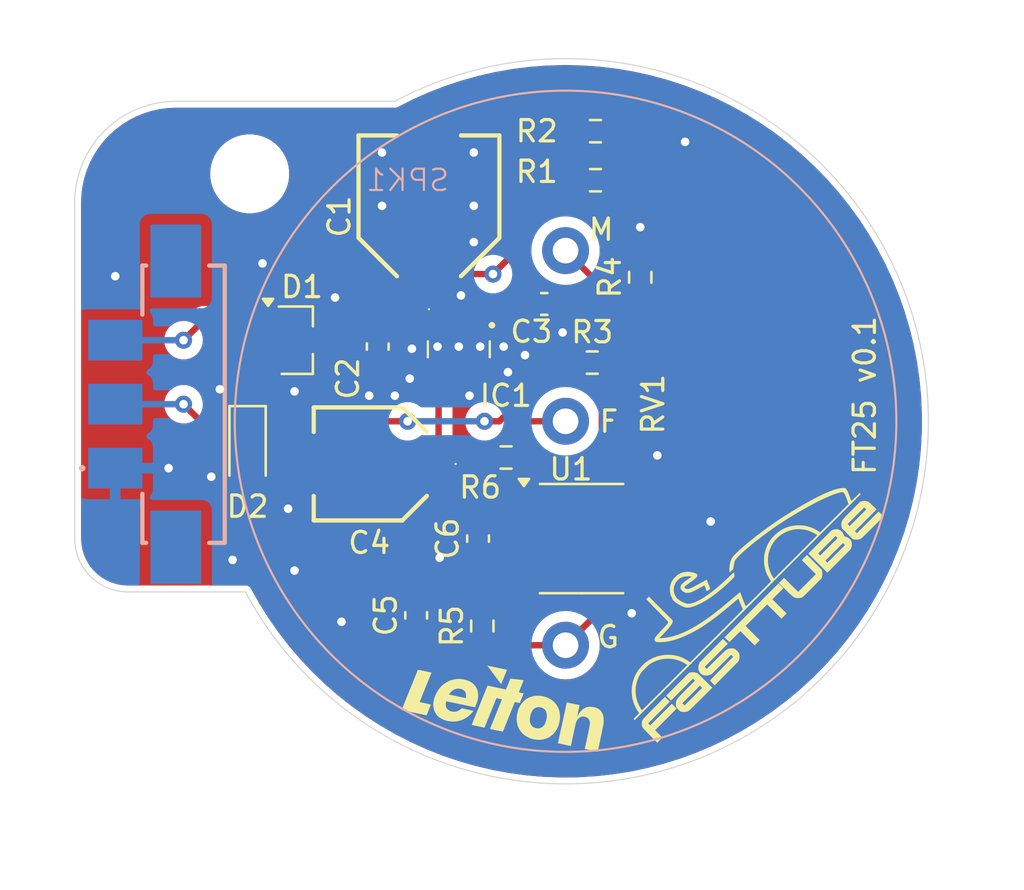
<source format=kicad_pcb>
(kicad_pcb
	(version 20240108)
	(generator "pcbnew")
	(generator_version "8.0")
	(general
		(thickness 1.6)
		(legacy_teardrops no)
	)
	(paper "A4")
	(layers
		(0 "F.Cu" signal)
		(31 "B.Cu" power)
		(32 "B.Adhes" user "B.Adhesive")
		(33 "F.Adhes" user "F.Adhesive")
		(34 "B.Paste" user)
		(35 "F.Paste" user)
		(37 "F.SilkS" user "F.Silkscreen")
		(38 "B.Mask" user)
		(39 "F.Mask" user)
		(40 "Dwgs.User" user "User.Drawings")
		(41 "Cmts.User" user "User.Comments")
		(42 "Eco1.User" user "User.Eco1")
		(43 "Eco2.User" user "User.Eco2")
		(44 "Edge.Cuts" user)
		(45 "Margin" user)
		(46 "B.CrtYd" user "B.Courtyard")
		(47 "F.CrtYd" user "F.Courtyard")
		(48 "B.Fab" user)
		(49 "F.Fab" user)
		(50 "User.1" user)
		(51 "User.2" user)
		(52 "User.3" user)
		(53 "User.4" user)
		(54 "User.5" user)
		(55 "User.6" user)
		(56 "User.7" user)
		(57 "User.8" user)
		(58 "User.9" user)
	)
	(setup
		(stackup
			(layer "F.SilkS"
				(type "Top Silk Screen")
			)
			(layer "F.Paste"
				(type "Top Solder Paste")
			)
			(layer "F.Mask"
				(type "Top Solder Mask")
				(thickness 0.01)
			)
			(layer "F.Cu"
				(type "copper")
				(thickness 0.035)
			)
			(layer "dielectric 1"
				(type "core")
				(thickness 1.51)
				(material "FR4")
				(epsilon_r 4.5)
				(loss_tangent 0.02)
			)
			(layer "B.Cu"
				(type "copper")
				(thickness 0.035)
			)
			(layer "B.Mask"
				(type "Bottom Solder Mask")
				(thickness 0.01)
			)
			(layer "B.Paste"
				(type "Bottom Solder Paste")
			)
			(layer "dielectric 2"
				(type "Bottom Silk Screen")
				(thickness 0)
				(material "FR4")
				(epsilon_r 4.5)
				(loss_tangent 0.02)
			)
			(copper_finish "None")
			(dielectric_constraints no)
		)
		(pad_to_mask_clearance 0)
		(allow_soldermask_bridges_in_footprints no)
		(pcbplotparams
			(layerselection 0x00010fc_ffffffff)
			(plot_on_all_layers_selection 0x0000000_00000000)
			(disableapertmacros no)
			(usegerberextensions no)
			(usegerberattributes yes)
			(usegerberadvancedattributes yes)
			(creategerberjobfile yes)
			(dashed_line_dash_ratio 12.000000)
			(dashed_line_gap_ratio 3.000000)
			(svgprecision 4)
			(plotframeref no)
			(viasonmask no)
			(mode 1)
			(useauxorigin no)
			(hpglpennumber 1)
			(hpglpenspeed 20)
			(hpglpendiameter 15.000000)
			(pdf_front_fp_property_popups yes)
			(pdf_back_fp_property_popups yes)
			(dxfpolygonmode yes)
			(dxfimperialunits yes)
			(dxfusepcbnewfont yes)
			(psnegative no)
			(psa4output no)
			(plotreference yes)
			(plotvalue yes)
			(plotfptext yes)
			(plotinvisibletext no)
			(sketchpadsonfab no)
			(subtractmaskfromsilk no)
			(outputformat 1)
			(mirror no)
			(drillshape 1)
			(scaleselection 1)
			(outputdirectory "")
		)
	)
	(net 0 "")
	(net 1 "VDD")
	(net 2 "GND")
	(net 3 "Net-(U1-FEED)")
	(net 4 "Net-(SPK1-M)")
	(net 5 "+24V")
	(net 6 "Net-(U1-HRNEN)")
	(net 7 "Net-(IC1-EN{slash}ADJ)")
	(net 8 "/SIG")
	(net 9 "Net-(SPK1-G)")
	(net 10 "Net-(SPK1-F)")
	(net 11 "Net-(D1-A)")
	(net 12 "unconnected-(U1-NC-Pad1)")
	(net 13 "unconnected-(U1-NC-Pad3)")
	(net 14 "Net-(R1-Pad2)")
	(footprint "Capacitor_SMD:C_0603_1608Metric_Pad1.08x0.95mm_HandSolder" (layer "F.Cu") (at 141.2 96.5 -90))
	(footprint "Capacitor_SMD:C_0603_1608Metric_Pad1.08x0.95mm_HandSolder" (layer "F.Cu") (at 145.9 105.5 90))
	(footprint "LOGO" (layer "F.Cu") (at 157.785054 107.960449 45))
	(footprint "Resistor_SMD:R_0603_1608Metric_Pad0.98x0.95mm_HandSolder" (layer "F.Cu") (at 146.1 109.6 90))
	(footprint "soundbox:06TR4FA104DPR" (layer "F.Cu") (at 159 95.5))
	(footprint "Capacitor_SMD:C_0603_1608Metric_Pad1.08x0.95mm_HandSolder" (layer "F.Cu") (at 149 94.5 180))
	(footprint "Resistor_SMD:R_0603_1608Metric_Pad0.98x0.95mm_HandSolder" (layer "F.Cu") (at 153.5 93.25 90))
	(footprint "soundbox:PG-SCT595-5" (layer "F.Cu") (at 145 96.5 180))
	(footprint "soundbox:EEE0GA101SR" (layer "F.Cu") (at 140.85 102 180))
	(footprint "Resistor_SMD:R_0603_1608Metric_Pad0.98x0.95mm_HandSolder" (layer "F.Cu") (at 147.2125 101.7))
	(footprint "Resistor_SMD:R_0603_1608Metric_Pad0.98x0.95mm_HandSolder" (layer "F.Cu") (at 151.4 88.7))
	(footprint "Package_TO_SOT_SMD:SOT-23_Handsoldering" (layer "F.Cu") (at 137.4 96.2))
	(footprint "soundbox:LeitOn_small_wo_sq" (layer "F.Cu") (at 147.2 113.1 -12))
	(footprint "Package_SO:SOIC-8_3.9x4.9mm_P1.27mm" (layer "F.Cu") (at 150.75 105.5))
	(footprint "soundbox:EEE1AA101SP" (layer "F.Cu") (at 143.6 89.9 90))
	(footprint "Resistor_SMD:R_0603_1608Metric_Pad0.98x0.95mm_HandSolder" (layer "F.Cu") (at 151.25 97.25))
	(footprint "Capacitor_SMD:C_0603_1608Metric_Pad1.08x0.95mm_HandSolder" (layer "F.Cu") (at 143 109.1 90))
	(footprint "Diode_SMD:D_SOD-323_HandSoldering" (layer "F.Cu") (at 135.1 101.3 -90))
	(footprint "MountingHole:MountingHole_3.2mm_M3_DIN965" (layer "F.Cu") (at 135.2 88.4))
	(footprint "Resistor_SMD:R_0603_1608Metric_Pad0.98x0.95mm_HandSolder" (layer "F.Cu") (at 151.4 86.4))
	(footprint "soundbox:TE Micro-Mate-N-Lok 1x03" (layer "B.Cu") (at 132.1 99.2 -90))
	(footprint "soundbox:CPT-3016-105T" (layer "B.Cu") (at 150 100 180))
	(gr_arc
		(start 127 89.75)
		(mid 128.391243 86.391243)
		(end 131.75 85)
		(stroke
			(width 0.05)
			(type default)
		)
		(layer "Edge.Cuts")
		(uuid "0c9499f7-3257-4d1a-ab45-d3dea9659961")
	)
	(gr_line
		(start 131.75 85)
		(end 142 85)
		(stroke
			(width 0.05)
			(type default)
		)
		(layer "Edge.Cuts")
		(uuid "145b8ce2-1cdf-402f-8341-2813b341aab6")
	)
	(gr_line
		(start 127 89.75)
		(end 127 105.5)
		(stroke
			(width 0.05)
			(type default)
		)
		(layer "Edge.Cuts")
		(uuid "5702bfe5-fa35-42f9-b66d-dc1faf38af9f")
	)
	(gr_line
		(start 129.5 108)
		(end 135 108)
		(stroke
			(width 0.05)
			(type default)
		)
		(layer "Edge.Cuts")
		(uuid "7ce022d5-3481-46fd-850f-fa99ac5c91eb")
	)
	(gr_arc
		(start 142 85)
		(mid 166.263456 104.949746)
		(end 135.000001 108.000003)
		(stroke
			(width 0.05)
			(type default)
		)
		(layer "Edge.Cuts")
		(uuid "8a2c619c-8626-4af2-8c59-1422d0ba61b9")
	)
	(gr_arc
		(start 129.5 108)
		(mid 127.732233 107.267767)
		(end 127 105.5)
		(stroke
			(width 0.05)
			(type default)
		)
		(layer "Edge.Cuts")
		(uuid "e1634623-b024-4caa-9d4d-69a765686d49")
	)
	(gr_rect
		(start 127 83)
		(end 167 117)
		(stroke
			(width 0.01)
			(type default)
		)
		(fill none)
		(layer "User.1")
		(uuid "39b0a146-c4d4-4256-ae48-acf0ec4d99bd")
	)
	(gr_text "FT25 v0.1"
		(at 164.6 102.6 90)
		(layer "F.SilkS")
		(uuid "0568cae2-bee3-4247-bec4-4aec8861298f")
		(effects
			(font
				(size 1 1)
				(thickness 0.15)
			)
			(justify left bottom)
		)
	)
	(segment
		(start 144.05 100.6)
		(end 144.05 101.8)
		(width 0.3)
		(layer "F.Cu")
		(net 1)
		(uuid "0200de1e-f1d3-475e-904f-1ae67260540b")
	)
	(segment
		(start 144.05 103.45)
		(end 144.05 102.35)
		(width 0.3)
		(layer "F.Cu")
		(net 1)
		(uuid "0bc4b59f-3030-465f-99e6-8a96f1d37eff")
	)
	(segment
		(start 148.275 104.865)
		(end 146.1275 104.865)
		(width 0.3)
		(layer "F.Cu")
		(net 1)
		(uuid "4fcf3739-2429-46db-a6eb-520af12c0900")
	)
	(segment
		(start 144 97.75)
		(end 144.05 97.7)
		(width 0.3)
		(layer "F.Cu")
		(net 1)
		(uuid "b57598a9-8b18-4e03-89c1-05fa95734452")
	)
	(segment
		(start 144.05 97.7)
		(end 144.05 100.6)
		(width 0.3)
		(layer "F.Cu")
		(net 1)
		(uuid "b5e77050-d7d3-4d83-9482-2923ce921046")
	)
	(segment
		(start 142.85 101.8)
		(end 144.05 101.8)
		(width 0.3)
		(layer "F.Cu")
		(net 1)
		(uuid "b743f3e9-4660-4641-8a39-1aa2c34a7ec6")
	)
	(segment
		(start 144.05 102.35)
		(end 143.7 102)
		(width 0.3)
		(layer "F.Cu")
		(net 1)
		(uuid "c5bb5a80-74ea-46d0-bfec-228c952e0dc7")
	)
	(segment
		(start 145.9 104.6375)
		(end 145.2375 104.6375)
		(width 0.3)
		(layer "F.Cu")
		(net 1)
		(uuid "cd55c0ae-b94b-4f6e-88d8-0819b3376a66")
	)
	(segment
		(start 145.2375 104.6375)
		(end 144.05 103.45)
		(width 0.3)
		(layer "F.Cu")
		(net 1)
		(uuid "ea5494ea-c94c-4637-880a-57b8847c4db0")
	)
	(segment
		(start 146.1275 104.865)
		(end 145.9 104.6375)
		(width 0.3)
		(layer "F.Cu")
		(net 1)
		(uuid "f2ef52aa-2e6f-4866-8b2f-5ded5050ff85")
	)
	(segment
		(start 145.9 106.3625)
		(end 144.1375 106.3625)
		(width 0.3)
		(layer "F.Cu")
		(net 2)
		(uuid "55aab1f9-bc28-4d68-920d-7a0186ad9de5")
	)
	(segment
		(start 149.8625 95.8375)
		(end 149.8625 94.5)
		(width 0.3)
		(layer "F.Cu")
		(net 2)
		(uuid "71920597-7374-42a3-8e56-7b58da0dcf27")
	)
	(segment
		(start 144.1375 106.3625)
		(end 144.1 106.4)
		(width 0.3)
		(layer "F.Cu")
		(net 2)
		(uuid "e1cb0569-3fed-4d04-9a27-ad2ee24e1020")
	)
	(via
		(at 155.6 86.9)
		(size 0.8)
		(drill 0.4)
		(layers "F.Cu" "B.Cu")
		(free yes)
		(net 2)
		(uuid "06a1a750-8536-4cf8-9192-35bc867304a9")
	)
	(via
		(at 145.7 91.6)
		(size 0.8)
		(drill 0.4)
		(layers "F.Cu" "B.Cu")
		(free yes)
		(net 2)
		(uuid "0db306fa-f0a3-4a00-87b1-7ed6fd918b81")
	)
	(via
		(at 140.8 98.8)
		(size 0.8)
		(drill 0.4)
		(layers "F.Cu" "B.Cu")
		(free yes)
		(net 2)
		(uuid "11677aed-5d35-4c15-8c41-230ac25975ee")
	)
	(via
		(at 142 98.8)
		(size 0.8)
		(drill 0.4)
		(layers "F.Cu" "B.Cu")
		(free yes)
		(net 2)
		(uuid "1634c358-6587-4d9e-a4c2-90a5ab1faafd")
	)
	(via
		(at 147.3 97.7)
		(size 0.8)
		(drill 0.4)
		(layers "F.Cu" "B.Cu")
		(free yes)
		(net 2)
		(uuid "1a418d52-d221-44b1-ad1d-91e97992ecb3")
	)
	(via
		(at 135.8 92.6)
		(size 0.8)
		(drill 0.4)
		(layers "F.Cu" "B.Cu")
		(free yes)
		(net 2)
		(uuid "1ae7c5ac-d660-4ab3-b3fa-65cf1c02d49f")
	)
	(via
		(at 141.4 87.4)
		(size 0.8)
		(drill 0.4)
		(layers "F.Cu" "B.Cu")
		(free yes)
		(net 2)
		(uuid "242c131a-7b58-4e7b-a56b-1eff90940cb4")
	)
	(via
		(at 142.7 98)
		(size 0.8)
		(drill 0.4)
		(layers "F.Cu" "B.Cu")
		(free yes)
		(net 2)
		(uuid "25345f8f-538d-46a3-b8d8-5a868b8a4bca")
	)
	(via
		(at 144.1 106.4)
		(size 0.8)
		(drill 0.4)
		(layers "F.Cu" "B.Cu")
		(net 2)
		(uuid "2a82b6e4-3e60-41fd-bd5d-f6a27f31de3c")
	)
	(via
		(at 134.4 106.5)
		(size 0.8)
		(drill 0.4)
		(layers "F.Cu" "B.Cu")
		(free yes)
		(net 2)
		(uuid "40f43ec0-ad56-49ad-9da1-70b7a7e2a5b3")
	)
	(via
		(at 153.5 90.9)
		(size 0.8)
		(drill 0.4)
		(layers "F.Cu" "B.Cu")
		(free yes)
		(net 2)
		(uuid "59e64dbd-0451-436f-844e-4c0d273598ba")
	)
	(via
		(at 148.1 96.9)
		(size 0.8)
		(drill 0.4)
		(layers "F.Cu" "B.Cu")
		(free yes)
		(net 2)
		(uuid "69cbc453-a834-432c-a06f-6af5e0115401")
	)
	(via
		(at 145 96.5)
		(size 0.8)
		(drill 0.4)
		(layers "F.Cu" "B.Cu")
		(free yes)
		(net 2)
		(uuid "6a66460c-c4ed-4cbb-ad75-8721cfb01e79")
	)
	(via
		(at 153.1 109)
		(size 0.8)
		(drill 0.4)
		(layers "F.Cu" "B.Cu")
		(free yes)
		(net 2)
		(uuid "7fa75b93-3a54-4ab9-823b-8664220d8fc0")
	)
	(via
		(at 137 104.1)
		(size 0.8)
		(drill 0.4)
		(layers "F.Cu" "B.Cu")
		(free yes)
		(net 2)
		(uuid "83ee66e4-35b7-421f-bd51-e9232ebc2f9c")
	)
	(via
		(at 145.7 87.4)
		(size 0.8)
		(drill 0.4)
		(layers "F.Cu" "B.Cu")
		(free yes)
		(net 2)
		(uuid "87ee8f62-5586-4ec4-bf64-4d8e7f4f3c00")
	)
	(via
		(at 142.8 96.6)
		(size 0.8)
		(drill 0.4)
		(layers "F.Cu" "B.Cu")
		(free yes)
		(net 2)
		(uuid "88f446c1-03c1-4aaf-8c6d-a532e3fea711")
	)
	(via
		(at 133.4 102.6)
		(size 0.8)
		(drill 0.4)
		(layers "F.Cu" "B.Cu")
		(free yes)
		(net 2)
		(uuid "92246a78-6004-4e5e-8693-ea3615729c12")
	)
	(via
		(at 131.4 102.2)
		(size 0.8)
		(drill 0.4)
		(layers "F.Cu" "B.Cu")
		(free yes)
		(net 2)
		(uuid "94bb3951-fb1a-46ff-acb9-ecec1cf0b654")
	)
	(via
		(at 139.2 94.2)
		(size 0.8)
		(drill 0.4)
		(layers "F.Cu" "B.Cu")
		(free yes)
		(net 2)
		(uuid "992c7461-a546-414a-83a3-be9358a4ffe2")
	)
	(via
		(at 145.7 89.9)
		(size 0.8)
		(drill 0.4)
		(layers "F.Cu" "B.Cu")
		(free yes)
		(net 2)
		(uuid "afb24003-5dc5-4adf-9efe-5e0f83e92297")
	)
	(via
		(at 145.1 94.1)
		(size 0.8)
		(drill 0.4)
		(layers "F.Cu" "B.Cu")
		(free yes)
		(net 2)
		(uuid "b57f5c0c-c97f-4e02-83ff-2ef698d42b64")
	)
	(via
		(at 145.5 98.8)
		(size 0.8)
		(drill 0.4)
		(layers "F.Cu" "B.Cu")
		(free yes)
		(net 2)
		(uuid "b5ab2b73-4634-4e0e-855d-42a626e2a677")
	)
	(via
		(at 154.3 101.6)
		(size 0.8)
		(drill 0.4)
		(layers "F.Cu" "B.Cu")
		(free yes)
		(net 2)
		(uuid "b76a2fc2-0f04-4ac7-8040-3c68efea3aaa")
	)
	(via
		(at 137.3 107)
		(size 0.8)
		(drill 0.4)
		(layers "F.Cu" "B.Cu")
		(free yes)
		(net 2)
		(uuid "b84a5bb6-38b6-489a-88d5-f98f5bcf4f0a")
	)
	(via
		(at 128.9 93.2)
		(size 0.8)
		(drill 0.4)
		(layers "F.Cu" "B.Cu")
		(free yes)
		(net 2)
		(uuid "c6f53ace-18f2-4464-867c-521c9da61925")
	)
	(via
		(at 141.4 89.9)
		(size 0.8)
		(drill 0.4)
		(layers "F.Cu" "B.Cu")
		(free yes)
		(net 2)
		(uuid "ce35d305-acce-470c-a782-1e723ff90853")
	)
	(via
		(at 146 96.5)
		(size 0.8)
		(drill 0.4)
		(layers "F.Cu" "B.Cu")
		(free yes)
		(net 2)
		(uuid "ce89bd32-5eb5-4729-8660-e03d2d9f2e18")
	)
	(via
		(at 147.1 96.5)
		(size 0.8)
		(drill 0.4)
		(layers "F.Cu" "B.Cu")
		(free yes)
		(net 2)
		(uuid "d6efebd2-3405-41b1-bc0d-84897ffc75fb")
	)
	(via
		(at 149.8625 95.8375)
		(size 0.8)
		(drill 0.4)
		(layers "F.Cu" "B.Cu")
		(free yes)
		(net 2)
		(uuid "d8f12fb1-bcf4-4713-a92c-8cd19cfe334a")
	)
	(via
		(at 156.8 104.7)
		(size 0.8)
		(drill 0.4)
		(layers "F.Cu" "B.Cu")
		(free yes)
		(net 2)
		(uuid "db890ffb-38c3-4b56-bb01-106cd42901c5")
	)
	(via
		(at 144 96.5)
		(size 0.8)
		(drill 0.4)
		(layers "F.Cu" "B.Cu")
		(free yes)
		(net 2)
		(uuid "dcf1182a-9346-40f1-9a54-d1175b80aebf")
	)
	(via
		(at 139.5 109.4)
		(size 0.8)
		(drill 0.4)
		(layers "F.Cu" "B.Cu")
		(free yes)
		(net 2)
		(uuid "dee0939a-5e0d-4315-a470-5bde3c7fcd15")
	)
	(via
		(at 133.8 98.5)
		(size 0.8)
		(drill 0.4)
		(layers "F.Cu" "B.Cu")
		(free yes)
		(net 2)
		(uuid "e8553ab2-d140-422f-8e37-c9cd37b98698")
	)
	(via
		(at 137.3 98.6)
		(size 0.8)
		(drill 0.4)
		(layers "F.Cu" "B.Cu")
		(free yes)
		(net 2)
		(uuid "ecf13844-64d3-4d09-826f-01f2a3714814")
	)
	(segment
		(start 149.9 106.9)
		(end 149.395 107.405)
		(width 0.3)
		(layer "F.Cu")
		(net 3)
		(uuid "072347fb-8a85-4b8b-9cdd-570becb73639")
	)
	(segment
		(start 143 108.2375)
		(end 143.1625 108.4)
		(width 0.3)
		(layer "F.Cu")
		(net 3)
		(uuid "33cc69b3-2ac0-4549-9b3b-91cd59442f92")
	)
	(segment
		(start 148.275 107.405)
		(end 146.105 107.405)
		(width 0.3)
		(layer "F.Cu")
		(net 3)
		(uuid "4d85323a-08d1-468c-bfd3-e496a2731d71")
	)
	(segment
		(start 146.105 107.405)
		(end 146.1 107.4)
		(width 0.3)
		(layer "F.Cu")
		(net 3)
		(uuid "5dd55fdd-6d11-4b51-a953-3fa965ab3532")
	)
	(segment
		(start 148.125 101.7)
		(end 148.4 101.7)
		(width 0.3)
		(layer "F.Cu")
		(net 3)
		(uuid "68a5e2c6-7d6d-4572-b044-716560f93b78")
	)
	(segment
		(start 149.395 107.405)
		(end 148.275 107.405)
		(width 0.3)
		(layer "F.Cu")
		(net 3)
		(uuid "743d24b5-976d-4645-9863-8a0ee42aafcc")
	)
	(segment
		(start 143.1625 108.4)
		(end 145.8125 108.4)
		(width 0.3)
		(layer "F.Cu")
		(net 3)
		(uuid "b7c0af82-7118-446f-84b0-b130de258793")
	)
	(segment
		(start 149.9 103.2)
		(end 149.9 106.9)
		(width 0.3)
		(layer "F.Cu")
		(net 3)
		(uuid "cb404238-cfe4-4c89-80e5-10dbaa60b65d")
	)
	(segment
		(start 148.4 101.7)
		(end 149.9 103.2)
		(width 0.3)
		(layer "F.Cu")
		(net 3)
		(uuid "d01badf2-6c95-4c67-a7e8-06a90062df4a")
	)
	(segment
		(start 145.8125 108.4)
		(end 146.1 108.6875)
		(width 0.3)
		(layer "F.Cu")
		(net 3)
		(uuid "d28d9681-e4e7-4093-b176-03db88347aa5")
	)
	(segment
		(start 146.1 108.6875)
		(end 146.1 107.4)
		(width 0.3)
		(layer "F.Cu")
		(net 3)
		(uuid "f412a4c1-f106-41a2-a9c6-a0084babeb82")
	)
	(segment
		(start 143 109.9625)
		(end 143.3625 109.6)
		(width 0.3)
		(layer "F.Cu")
		(net 4)
		(uuid "1275eff5-a8cd-4980-99f8-bd6048c5865e")
	)
	(segment
		(start 143.3625 109.6)
		(end 148.2 109.6)
		(width 0.3)
		(layer "F.Cu")
		(net 4)
		(uuid "21c00ab5-9d09-4381-9fee-a936ade63893")
	)
	(segment
		(start 151.25 98.55)
		(end 151.7 99)
		(width 0.3)
		(layer "F.Cu")
		(net 4)
		(uuid "30c7c0a9-de98-46ee-ad56-98519c7cfb85")
	)
	(segment
		(start 152 104.865)
		(end 151.735 104.865)
		(width 0.3)
		(layer "F.Cu")
		(net 4)
		(uuid "36da2dfc-84c8-4d31-a70b-2f8f40fe67e3")
	)
	(segment
		(start 151.7 104.6)
		(end 151.7 104.83)
		(width 0.3)
		(layer "F.Cu")
		(net 4)
		(uuid "3ae480d1-8672-4f2c-a851-94f59965e078")
	)
	(segment
		(start 150.6 106)
		(end 151.735 104.865)
		(width 0.3)
		(layer "F.Cu")
		(net 4)
		(uuid "43024d58-9f54-4f6e-8b0a-0234d31eabeb")
	)
	(segment
		(start 151.7 99)
		(end 151.7 104.6)
		(width 0.3)
		(layer "F.Cu")
		(net 4)
		(uuid "45402f4d-99c3-4ba9-bd66-4a1ea8da26b0")
	)
	(segment
		(start 150.6 107.2)
		(end 150.6 106)
		(width 0.3)
		(layer "F.Cu")
		(net 4)
		(uuid "534a1b64-c56d-4dac-be08-2c6f4970d5f7")
	)
	(segment
		(start 151.735 104.6)
		(end 152 104.865)
		(width 0.3)
		(layer "F.Cu")
		(net 4)
		(uuid "5da0f8fb-e2f9-41b0-9801-f13702b13393")
	)
	(segment
		(start 151.7 104.83)
		(end 151.735 104.865)
		(width 0.3)
		(layer "F.Cu")
		(net 4)
		(uuid "78b78ccc-63d2-4be6-8684-dc2b419e2d99")
	)
	(segment
		(start 151.25 93.25)
		(end 151.25 98.55)
		(width 0.3)
		(layer "F.Cu")
		(net 4)
		(uuid "7bc63da9-9e54-4147-a93d-721567276b1d")
	)
	(segment
		(start 150 92)
		(end 151.25 93.25)
		(width 0.3)
		(layer "F.Cu")
		(net 4)
		(uuid "d0f86c55-1497-473f-92ab-0926b530691e")
	)
	(segment
		(start 153.06 104.7)
		(end 153.225 104.865)
		(width 0.3)
		(layer "F.Cu")
		(net 4)
		(uuid "de487b46-dff6-4637-b730-51caf9eeca2e")
	)
	(segment
		(start 151.7 104.6)
		(end 151.735 104.6)
		(width 0.3)
		(layer "F.Cu")
		(net 4)
		(uuid "e604e90e-3383-4c49-a31e-adad540853ba")
	)
	(segment
		(start 153.225 104.865)
		(end 152 104.865)
		(width 0.3)
		(layer "F.Cu")
		(net 4)
		(uuid "fb5f5bb4-df8e-49f9-aeab-c72ab1a7e5d2")
	)
	(segment
		(start 148.2 109.6)
		(end 150.6 107.2)
		(width 0.3)
		(layer "F.Cu")
		(net 4)
		(uuid "fc45fc17-2009-442e-bbac-989774d63208")
	)
	(segment
		(start 147.7 92)
		(end 147.7 91)
		(width 0.3)
		(layer "F.Cu")
		(net 5)
		(uuid "1714de18-f19e-4a1d-9fcb-abbc4390ca85")
	)
	(segment
		(start 141.5875 95.25)
		(end 144 95.25)
		(width 0.3)
		(layer "F.Cu")
		(net 5)
		(uuid "3cdd5ae0-fe74-40b7-91eb-253b46d6524f")
	)
	(segment
		(start 143.6 94.4)
		(end 144.05 94.85)
		(width 0.3)
		(layer "F.Cu")
		(net 5)
		(uuid "5cfb3353-0791-41e6-bccb-971103ac1a26")
	)
	(segment
		(start 144.05 94.85)
		(end 144.05 95.3)
		(width 0.3)
		(layer "F.Cu")
		(net 5)
		(uuid "621ce208-3109-48a3-945d-31c8a7be375d")
	)
	(segment
		(start 140.1125 95.6375)
		(end 141.2 95.6375)
		(width 0.3)
		(layer "F.Cu")
		(net 5)
		(uuid "741a27be-6162-47b2-ad04-96fb7ac0b279")
	)
	(segment
		(start 144.3 93.1)
		(end 146.6 93.1)
		(width 0.3)
		(layer "F.Cu")
		(net 5)
		(uuid "7d813ea8-5ed9-49a4-98e1-c2993e25371a")
	)
	(segment
		(start 150 88.7)
		(end 150.4875 88.7)
		(width 0.3)
		(layer "F.Cu")
		(net 5)
		(uuid "91449544-3d85-43bf-892d-142f30243a74")
	)
	(segment
		(start 146.6 93.1)
		(end 147.7 92)
		(width 0.3)
		(layer "F.Cu")
		(net 5)
		(uuid "a21a02bd-2759-401c-b257-6fddf78b91b4")
	)
	(segment
		(start 147.7 91)
		(end 150 88.7)
		(width 0.3)
		(layer "F.Cu")
		(net 5)
		(uuid "b0d0a533-03d1-4d10-9c9d-275a057f1864")
	)
	(segment
		(start 138.9 96.2)
		(end 139.55 96.2)
		(width 0.3)
		(layer "F.Cu")
		(net 5)
		(uuid "bd107eda-4f5e-4951-931b-0b65bc3ea725")
	)
	(segment
		(start 143.6 92.4)
		(end 144.3 93.1)
		(width 0.3)
		(layer "F.Cu")
		(net 5)
		(uuid "bdbf9fa0-e6ce-431f-be19-940864357b67")
	)
	(segment
		(start 141.2 95.6375)
		(end 141.5875 95.25)
		(width 0.3)
		(layer "F.Cu")
		(net 5)
		(uuid "c70a6765-40cc-46c1-a2d9-b3050acd3216")
	)
	(segment
		(start 139.55 96.2)
		(end 140.1125 95.6375)
		(width 0.3)
		(layer "F.Cu")
		(net 5)
		(uuid "e1a2c8d8-ddc3-4812-a16f-2c720999d104")
	)
	(segment
		(start 143.6 92.4)
		(end 143.6 94.4)
		(width 0.3)
		(layer "F.Cu")
		(net 5)
		(uuid "e50a271d-fbd0-4824-a5eb-2812063731a2")
	)
	(segment
		(start 150.4875 86.4)
		(end 150.4875 88.7)
		(width 0.3)
		(layer "F.Cu")
		(net 5)
		(uuid "e74d25ae-28d4-40ff-aaa6-db74846f4d2c")
	)
	(via
		(at 146.6 93.1)
		(size 0.8)
		(drill 0.4)
		(layers "F.Cu" "B.Cu")
		(net 5)
		(uuid "1f66e272-7d73-47e7-85fd-2cea844f1376")
	)
	(segment
		(start 152.5 97.5875)
		(end 152.5 101.75)
		(width 0.3)
		(layer "F.Cu")
		(net 6)
		(uuid "074a2975-fd68-4c40-8155-f0e5b9abf23d")
	)
	(segment
		(start 152.1625 97.25)
		(end 152.5 97.5875)
		(width 0.3)
		(layer "F.Cu")
		(net 6)
		(uuid "21ff4d6b-8fcc-4b1c-820c-c5cadcb9bf55")
	)
	(segment
		(start 152.5 101.75)
		(end 153.25 102.5)
		(width 0.3)
		(layer "F.Cu")
		(net 6)
		(uuid "2fba2c5a-2a97-4175-bfeb-038d973dde82")
	)
	(segment
		(start 153.25 103.57)
		(end 153.225 103.595)
		(width 0.3)
		(layer "F.Cu")
		(net 6)
		(uuid "418fabef-99d7-47c9-abc2-f7723d16f244")
	)
	(segment
		(start 152.1625 97.25)
		(end 152.25 97.25)
		(width 0.3)
		(layer "F.Cu")
		(net 6)
		(uuid "52311879-8ed6-466b-bba9-44d036750aed")
	)
	(segment
		(start 153.25 102.5)
		(end 153.25 103.57)
		(width 0.3)
		(layer "F.Cu")
		(net 6)
		(uuid "cdcf619f-a978-4667-ae1c-20f141c6c1ed")
	)
	(segment
		(start 153.5 96)
		(end 153.5 94.1625)
		(width 0.3)
		(layer "F.Cu")
		(net 6)
		(uuid "ef8cfd81-6cb9-4d71-b3bf-0610e509a439")
	)
	(segment
		(start 152.25 97.25)
		(end 153.5 96)
		(width 0.3)
		(layer "F.Cu")
		(net 6)
		(uuid "fa2f396c-09cf-4795-881a-85a4b4ae0039")
	)
	(segment
		(start 159 91.225)
		(end 157.525 89.75)
		(width 0.3)
		(layer "F.Cu")
		(net 7)
		(uuid "10e80ff1-24c9-4e99-a6ae-40c6b4da76d7")
	)
	(segment
		(start 145.95 95.3)
		(end 147.425 93.825)
		(width 0.3)
		(layer "F.Cu")
		(net 7)
		(uuid "69f64f3f-7002-47e9-8d79-e5b3fa90185e")
	)
	(segment
		(start 148.25 93)
		(end 147.425 93.825)
		(width 0.3)
		(layer "F.Cu")
		(net 7)
		(uuid "71a75b59-ac82-42df-ab4d-24534136247c")
	)
	(segment
		(start 149.75 89.75)
		(end 148.25 91.25)
		(width 0.3)
		(layer "F.Cu")
		(net 7)
		(uuid "7c187c0d-5463-49e4-b302-7e6b907a001c")
	)
	(segment
		(start 157.525 89.75)
		(end 149.75 89.75)
		(width 0.3)
		(layer "F.Cu")
		(net 7)
		(uuid "8caf3322-20bd-4792-87d4-2ac4b6e61f44")
	)
	(segment
		(start 148.1375 94.5)
		(end 148.1 94.5)
		(width 0.3)
		(layer "F.Cu")
		(net 7)
		(uuid "c7a1fbfd-de61-4daa-8cec-99339a910f45")
	)
	(segment
		(start 148.1 94.5)
		(end 147.425 93.825)
		(width 0.3)
		(layer "F.Cu")
		(net 7)
		(uuid "fb5c3ebe-ae4a-47c1-bc91-695929b1d538")
	)
	(segment
		(start 148.25 91.25)
		(end 148.25 93)
		(width 0.3)
		(layer "F.Cu")
		(net 7)
		(uuid "fd5ccc6b-1f50-4929-b1e8-f7fa3b79e0ff")
	)
	(segment
		(start 149.65 97.25)
		(end 150.3375 97.25)
		(width 0.3)
		(layer "F.Cu")
		(net 8)
		(uuid "49712491-cc98-417d-9fd7-6bea8419dd0f")
	)
	(segment
		(start 146.2 100)
		(end 146.9 100)
		(width 0.3)
		(layer "F.Cu")
		(net 8)
		(uuid "527f361a-886e-4d3e-b2f8-d2e7b77728ba")
	)
	(segment
		(start 132.9 100)
		(end 132.1 99.2)
		(width 0.3)
		(layer "F.Cu")
		(net 8)
		(uuid "5baef98e-5189-4eb0-8387-1bdec159583f")
	)
	(segment
		(start 142.6 100)
		(end 132.9 100)
		(width 0.3)
		(layer "F.Cu")
		(net 8)
		(uuid "c74e87f2-4beb-42a2-8bce-759a3bbe4814")
	)
	(segment
		(start 146.9 100)
		(end 149.65 97.25)
		(width 0.3)
		(layer "F.Cu")
		(net 8)
		(uuid "eab867c7-f470-4870-8085-66ac175dac89")
	)
	(via
		(at 146.2 100)
		(size 0.8)
		(drill 0.4)
		(layers "F.Cu" "B.Cu")
		(net 8)
		(uuid "3e77b714-44f3-4163-8c08-87f52830b850")
	)
	(via
		(at 142.6 100)
		(size 0.8)
		(drill 0.4)
		(layers "F.Cu" "B.Cu")
		(net 8)
		(uuid "5281ce56-3ddb-4cc6-af00-7d45d7765312")
	)
	(via
		(at 132.1 99.2)
		(size 0.8)
		(drill 0.4)
		(layers "F.Cu" "B.Cu")
		(net 8)
		(uuid "b37c375d-dd82-4e8f-af80-140a5bedd833")
	)
	(segment
		(start 132.1 99.2)
		(end 128.9 99.2)
		(width 0.3)
		(layer "B.Cu")
		(net 8)
		(uuid "550c766a-656c-4f02-959e-6002256314dc")
	)
	(segment
		(start 142.6 100)
		(end 146.2 100)
		(width 0.3)
		(layer "B.Cu")
		(net 8)
		(uuid "7f30ac41-d40b-4057-b41b-f5859121de8d")
	)
	(segment
		(start 146.1 110.5125)
		(end 146.1125 110.5)
		(width 0.3)
		(layer "F.Cu")
		(net 9)
		(uuid "0985b6fd-d180-4fc5-bce9-3d6204322516")
	)
	(segment
		(start 150 110.5)
		(end 151.3 109.2)
		(width 0.3)
		(layer "F.Cu")
		(net 9)
		(uuid "29833cd4-ae84-47c3-a086-4dfcd0ca3a64")
	)
	(segment
		(start 146.1125 110.5)
		(end 150 110.5)
		(width 0.3)
		(layer "F.Cu")
		(net 9)
		(uuid "924cc875-b40f-4c52-9192-86ac241c9175")
	)
	(segment
		(start 151.965 106.135)
		(end 153.225 106.135)
		(width 0.3)
		(layer "F.Cu")
		(net 9)
		(uuid "d32f4e74-f404-477c-91c6-11336f273e81")
	)
	(segment
		(start 151.3 109.2)
		(end 151.3 106.8)
		(width 0.3)
		(layer "F.Cu")
		(net 9)
		(uuid "e4c7c31e-d0bc-4d47-b7ae-acbdc347fd7a")
	)
	(segment
		(start 151.3 106.8)
		(end 151.965 106.135)
		(width 0.3)
		(layer "F.Cu")
		(net 9)
		(uuid "e78a7e10-98f9-4831-bed7-9f8aafb304a1")
	)
	(segment
		(start 148 100)
		(end 150 100)
		(width 0.3)
		(layer "F.Cu")
		(net 10)
		(uuid "3742acb2-820e-4999-be63-afbe5ee5925a")
	)
	(segment
		(start 146.3 101.7)
		(end 148 100)
		(width 0.3)
		(layer "F.Cu")
		(net 10)
		(uuid "85bef4ca-4201-41d1-8bbe-9a35f0aa61c3")
	)
	(segment
		(start 133.05 95.25)
		(end 132.1 96.2)
		(width 0.3)
		(layer "F.Cu")
		(net 11)
		(uuid "c05adb94-fcf2-46f2-9995-128d27f8e65d")
	)
	(segment
		(start 135.9 95.25)
		(end 133.05 95.25)
		(width 0.3)
		(layer "F.Cu")
		(net 11)
		(uuid "f2a95a8c-f339-4b8b-9434-a14fdffa8c9d")
	)
	(via
		(at 132.1 96.2)
		(size 0.8)
		(drill 0.4)
		(layers "F.Cu" "B.Cu")
		(net 11)
		(uuid "ec99fa40-5d9d-41a8-9fe6-5b497feb807a")
	)
	(segment
		(start 132.1 96.2)
		(end 128.9 96.2)
		(width 0.3)
		(layer "B.Cu")
		(net 11)
		(uuid "84b5106d-4355-40eb-8239-1ba06ac7f42a")
	)
	(segment
		(start 161.15 100.425)
		(end 161.15 89.95)
		(width 0.3)
		(layer "F.Cu")
		(net 14)
		(uuid "26979417-b786-4be8-984f-7d0738cdff24")
	)
	(segment
		(start 161.15 89.95)
		(end 159.9 88.7)
		(width 0.3)
		(layer "F.Cu")
		(net 14)
		(uuid "7718b055-c971-4cec-ab44-672e9f6976fc")
	)
	(segment
		(start 159.9 88.7)
		(end 152.3125 88.7)
		(width 0.3)
		(layer "F.Cu")
		(net 14)
		(uuid "8f63e3d9-dbb7-40be-853d-4d064e73fe36")
	)
	(segment
		(start 152.3125 86.4)
		(end 152.3125 88.7)
		(width 0.3)
		(layer "F.Cu")
		(net 14)
		(uuid "d1f80375-c994-4ac9-a326-cf0882761c94")
	)
	(zone
		(net 2)
		(net_name "GND")
		(layers "F&B.Cu")
		(uuid "f9e29ff1-ed6b-4444-a671-19fb7397cf29")
		(hatch edge 0.5)
		(connect_pads
			(clearance 0.5)
		)
		(min_thickness 0.25)
		(filled_areas_thickness no)
		(fill yes
			(thermal_gap 0.5)
			(thermal_bridge_width 0.5)
		)
		(polygon
			(pts
				(xy 123.5 80.25) (xy 171.5 80.25) (xy 171.5 122) (xy 123.5 122)
			)
		)
		(filled_polygon
			(layer "F.Cu")
			(pts
				(xy 150.738849 83.316924) (xy 150.744832 83.317191) (xy 151.548128 83.372487) (xy 151.554089 83.373043)
				(xy 152.353772 83.467285) (xy 152.359713 83.468132) (xy 153.153872 83.601098) (xy 153.159756 83.602231)
				(xy 153.946502 83.773602) (xy 153.952355 83.775027) (xy 154.729831 83.984396) (xy 154.735607 83.986103)
				(xy 155.502 84.232982) (xy 155.507668 84.23496) (xy 155.996378 84.419032) (xy 156.2612 84.518778)
				(xy 156.266784 84.521038) (xy 156.498304 84.621332) (xy 157.005625 84.841104) (xy 157.011068 84.843621)
				(xy 157.733508 85.199198) (xy 157.738804 85.201966) (xy 158.173492 85.442812) (xy 158.443116 85.592202)
				(xy 158.448313 85.595248) (xy 159.132857 86.019234) (xy 159.137896 86.022528) (xy 159.360299 86.175704)
				(xy 159.801005 86.479232) (xy 159.805881 86.482768) (xy 160.446027 86.971133) (xy 160.450726 86.974901)
				(xy 161.066433 87.493804) (xy 161.070943 87.497797) (xy 161.652357 88.038211) (xy 161.660699 88.045964)
				(xy 161.665001 88.050162) (xy 161.833895 88.223176) (xy 162.227448 88.62633) (xy 162.23155 88.630741)
				(xy 162.55509 88.9961) (xy 162.753549 89.220212) (xy 162.765352 89.23354) (xy 162.769235 89.238145)
				(xy 163.273141 89.866165) (xy 163.276795 89.870953) (xy 163.749595 90.522686) (xy 163.753013 90.527646)
				(xy 164.193628 91.201602) (xy 164.1968 91.206723) (xy 164.604133 91.901226) (xy 164.607054 91.906494)
				(xy 164.980205 92.620006) (xy 164.982866 92.62541) (xy 165.32092 93.356186) (xy 165.323315 93.361712)
				(xy 165.625484 94.108047) (xy 165.627608 94.113684) (xy 165.893172 94.873799) (xy 165.89502 94.879532)
				(xy 166.123357 95.651644) (xy 166.124925 95.65746) (xy 166.315503 96.439774) (xy 166.316786 96.445659)
				(xy 166.469145 97.236287) (xy 166.470141 97.242228) (xy 166.583927 98.039332) (xy 166.584633 98.045314)
				(xy 166.659575 98.84699) (xy 166.65999 98.852999) (xy 166.695912 99.657391) (xy 166.696034 99.663413)
				(xy 166.692851 100.468574) (xy 166.692681 100.474595) (xy 166.650402 101.278658) (xy 166.64994 101.284664)
				(xy 166.56866 102.085749) (xy 166.567906 102.091725) (xy 166.447824 102.88789) (xy 166.446781 102.893823)
				(xy 166.288178 103.683215) (xy 166.286849 103.689089) (xy 166.090097 104.469857) (xy 166.088484 104.475661)
				(xy 165.854039 105.245979) (xy 165.852145 105.251697) (xy 165.580588 106.009666) (xy 165.57842 106.015286)
				(xy 165.270355 106.759223) (xy 165.267916 106.76473) (xy 164.924097 107.49281) (xy 164.921393 107.498193)
				(xy 164.54262 108.208717) (xy 164.539658 108.213962) (xy 164.126832 108.90525) (xy 164.123619 108.910345)
				(xy 163.677702 109.580779) (xy 163.674245 109.585712) (xy 163.196303 110.233691) (xy 163.192611 110.23845)
				(xy 162.68376 110.862462) (xy 162.679841 110.867037) (xy 162.141301 111.465586) (xy 162.137165 111.469964)
				(xy 161.57018 112.041668) (xy 161.565836 112.045841) (xy 160.971741 112.589351) (xy 160.967199 112.593307)
				(xy 160.347442 113.107299) (xy 160.342713 113.111031) (xy 159.698708 113.594334) (xy 159.693804 113.597831)
				(xy 159.027098 114.049283) (xy 159.02203 114.052538) (xy 158.334199 114.471074) (xy 158.328979 114.47408)
				(xy 157.621601 114.858736) (xy 157.616241 114.861484) (xy 156.891046 115.211323) (xy 156.885558 115.213808)
				(xy 156.144202 115.528026) (xy 156.138601 115.530241) (xy 155.382878 115.808082) (xy 155.377176 115.810022)
				(xy 154.608872 116.05083) (xy 154.603082 116.052492) (xy 153.823957 116.255713) (xy 153.818093 116.257091)
				(xy 153.030035 116.422233) (xy 153.024112 116.423325) (xy 152.22896 116.550002) (xy 152.22299 116.550805)
				(xy 151.422623 116.63872) (xy 151.416621 116.639232) (xy 150.612933 116.688174) (xy 150.606914 116.688394)
				(xy 149.801785 116.698251) (xy 149.795762 116.698178) (xy 148.991125 116.668924) (xy 148.985112 116.668559)
				(xy 148.182843 116.600265) (xy 148.176856 116.599609) (xy 147.378824 116.492431) (xy 147.372875 116.491484)
				(xy 146.581019 116.345685) (xy 146.575135 116.344453) (xy 146.143372 116.243056) (xy 145.79127 116.160367)
				(xy 145.785442 116.158848) (xy 145.011444 115.936912) (xy 145.005696 115.935111) (xy 144.243406 115.675856)
				(xy 144.237752 115.673779) (xy 143.488938 115.377807) (xy 143.483391 115.375457) (xy 143.323003 115.30287)
				(xy 142.749838 115.043471) (xy 142.744413 115.040855) (xy 142.027866 114.673648) (xy 142.022573 114.670772)
				(xy 141.324672 114.269181) (xy 141.319526 114.266051) (xy 140.641954 113.831046) (xy 140.636966 113.827669)
				(xy 139.981354 113.360298) (xy 139.976535 113.356684) (xy 139.344345 112.857989) (xy 139.339708 112.854144)
				(xy 138.732514 112.325365) (xy 138.728069 112.3213) (xy 138.147246 111.763635) (xy 138.143025 111.75938)
				(xy 137.751736 111.34534) (xy 137.589979 111.174177) (xy 137.585949 111.1697) (xy 137.32263 110.862462)
				(xy 137.06197 110.558326) (xy 137.058188 110.553691) (xy 136.564485 109.917552) (xy 136.560935 109.912741)
				(xy 136.098728 109.253406) (xy 136.095399 109.248403) (xy 136.065903 109.20165) (xy 135.665753 108.567395)
				(xy 135.662691 108.56227) (xy 135.285135 107.893968) (xy 135.281699 107.886916) (xy 135.263805 107.855924)
				(xy 135.261778 107.852273) (xy 135.242752 107.816598) (xy 135.242751 107.816596) (xy 135.211356 107.786355)
				(xy 135.2097 107.784729) (xy 135.184086 107.759115) (xy 135.174615 107.750965) (xy 135.174194 107.750559)
				(xy 135.144992 107.736362) (xy 135.13721 107.73223) (xy 135.115993 107.71998) (xy 135.113441 107.718923)
				(xy 135.094862 107.71199) (xy 135.088585 107.708938) (xy 135.067441 107.705994) (xy 135.05246 107.702955)
				(xy 135.039562 107.6995) (xy 135.039561 107.6995) (xy 135.029397 107.6995) (xy 135.012294 107.698315)
				(xy 134.994306 107.69581) (xy 134.98429 107.697589) (xy 134.962604 107.6995) (xy 129.503751 107.6995)
				(xy 129.496264 107.699274) (xy 129.242364 107.683915) (xy 129.2275 107.68211) (xy 128.981001 107.636938)
				(xy 128.966461 107.633354) (xy 128.727211 107.5588) (xy 128.713211 107.553491) (xy 128.48468 107.450638)
				(xy 128.471421 107.443679) (xy 128.25696 107.314033) (xy 128.244637 107.305527) (xy 128.191749 107.264092)
				(xy 128.047363 107.150972) (xy 128.036155 107.141042) (xy 127.858957 106.963844) (xy 127.849027 106.952636)
				(xy 127.79554 106.884365) (xy 127.694468 106.755356) (xy 127.68597 106.743045) (xy 127.621143 106.635808)
				(xy 127.55632 106.528578) (xy 127.549361 106.515319) (xy 127.446508 106.286788) (xy 127.441199 106.272788)
				(xy 127.413839 106.184989) (xy 127.366644 106.033536) (xy 127.363061 106.018998) (xy 127.317889 105.772499)
				(xy 127.316084 105.757635) (xy 127.315543 105.748699) (xy 127.300726 105.503736) (xy 127.3005 105.496249)
				(xy 127.3005 102.849986) (xy 134.100001 102.849986) (xy 134.110494 102.952697) (xy 134.165641 103.119119)
				(xy 134.165643 103.119124) (xy 134.257684 103.268345) (xy 134.381654 103.392315) (xy 134.530875 103.484356)
				(xy 134.53088 103.484358) (xy 134.697302 103.539505) (xy 134.697309 103.539506) (xy 134.800019 103.549999)
				(xy 135.35 103.549999) (xy 135.399972 103.549999) (xy 135.399986 103.549998) (xy 135.502697 103.539505)
				(xy 135.669119 103.484358) (xy 135.669124 103.484356) (xy 135.818345 103.392315) (xy 135.942315 103.268345)
				(xy 136.034356 103.119124) (xy 136.034358 103.119119) (xy 136.089505 102.952697) (xy 136.089506 102.95269)
				(xy 136.099999 102.849986) (xy 136.1 102.849973) (xy 136.1 102.847844) (xy 136.8 102.847844) (xy 136.806401 102.907372)
				(xy 136.806403 102.907379) (xy 136.856645 103.042086) (xy 136.856649 103.042093) (xy 136.942809 103.157187)
				(xy 136.942812 103.15719) (xy 137.057906 103.24335) (xy 137.057913 103.243354) (xy 137.19262 103.293596)
				(xy 137.192627 103.293598) (xy 137.252155 103.299999) (xy 137.252172 103.3) (xy 138.45 103.3) (xy 138.95 103.3)
				(xy 140.147828 103.3) (xy 140.147844 103.299999) (xy 140.207372 103.293598) (xy 140.207379 103.293596)
				(xy 140.342086 103.243354) (xy 140.342093 103.24335) (xy 140.457187 103.15719) (xy 140.45719 103.157187)
				(xy 140.54335 103.042093) (xy 140.543354 103.042086) (xy 140.593596 102.907379) (xy 140.593598 102.907372)
				(xy 140.599999 102.847844) (xy 140.6 102.847827) (xy 140.6 102.25) (xy 138.95 102.25) (xy 138.95 103.3)
				(xy 138.45 103.3) (xy 138.45 102.25) (xy 136.8 102.25) (xy 136.8 102.847844) (xy 136.1 102.847844)
				(xy 136.1 102.8) (xy 135.35 102.8) (xy 135.35 103.549999) (xy 134.800019 103.549999) (xy 134.849999 103.549998)
				(xy 134.85 103.549998) (xy 134.85 102.8) (xy 134.100001 102.8) (xy 134.100001 102.849986) (xy 127.3005 102.849986)
				(xy 127.3005 102.250013) (xy 134.1 102.250013) (xy 134.1 102.3) (xy 134.85 102.3) (xy 135.35 102.3)
				(xy 136.099999 102.3) (xy 136.099999 102.250028) (xy 136.099998 102.250013) (xy 136.089505 102.147302)
				(xy 136.034358 101.98088) (xy 136.034356 101.980875) (xy 135.942315 101.831654) (xy 135.818345 101.707684)
				(xy 135.669124 101.615643) (xy 135.669119 101.615641) (xy 135.502697 101.560494) (xy 135.50269 101.560493)
				(xy 135.399986 101.55) (xy 135.35 101.55) (xy 135.35 102.3) (xy 134.85 102.3) (xy 134.85 101.55)
				(xy 134.849999 101.549999) (xy 134.800029 101.55) (xy 134.800011 101.550001) (xy 134.697302 101.560494)
				(xy 134.53088 101.615641) (xy 134.530875 101.615643) (xy 134.381654 101.707684) (xy 134.257684 101.831654)
				(xy 134.165643 101.980875) (xy 134.165641 101.98088) (xy 134.110494 102.147302) (xy 134.110493 102.147309)
				(xy 134.1 102.250013) (xy 127.3005 102.250013) (xy 127.3005 96.2) (xy 131.19454 96.2) (xy 131.214326 96.388256)
				(xy 131.214327 96.388259) (xy 131.272818 96.568277) (xy 131.272821 96.568284) (xy 131.367467 96.732216)
				(xy 131.443785 96.816975) (xy 131.494129 96.872888) (xy 131.647265 96.984148) (xy 131.64727 96.984151)
				(xy 131.820192 97.061142) (xy 131.820197 97.061144) (xy 132.005354 97.1005) (xy 132.005355 97.1005)
				(xy 132.194644 97.1005) (xy 132.194646 97.1005) (xy 132.379803 97.061144) (xy 132.55273 96.984151)
				(xy 132.705871 96.872888) (xy 132.832533 96.732216) (xy 132.927179 96.568284) (xy 132.985674 96.388256)
				(xy 132.999168 96.259855) (xy 133.025752 96.195242) (xy 133.034789 96.185155) (xy 133.283128 95.936816)
				(xy 133.34445 95.903334) (xy 133.370808 95.9005) (xy 134.558481 95.9005) (xy 134.62552 95.920185)
				(xy 134.646157 95.936814) (xy 134.714815 96.005472) (xy 134.850924 96.087753) (xy 134.861064 96.093883)
				(xy 134.908252 96.145411) (xy 134.92009 96.214271) (xy 134.892821 96.278599) (xy 134.861064 96.306117)
				(xy 134.714811 96.39453) (xy 134.59453 96.514811) (xy 134.506522 96.660393) (xy 134.455913 96.822807)
				(xy 134.4495 96.893386) (xy 134.4495 97.406613) (xy 134.455913 97.477192) (xy 134.455913 97.477194)
				(xy 134.455914 97.477196) (xy 134.462636 97.498769) (xy 134.506522 97.639606) (xy 134.59453 97.785188)
				(xy 134.714811 97.905469) (xy 134.714813 97.90547) (xy 134.714815 97.905472) (xy 134.860394 97.993478)
				(xy 135.022804 98.044086) (xy 135.093384 98.0505) (xy 135.093387 98.0505) (xy 136.706613 98.0505)
				(xy 136.706616 98.0505) (xy 136.777196 98.044086) (xy 136.939606 97.993478) (xy 137.085185 97.905472)
				(xy 137.205472 97.785185) (xy 137.249923 97.711654) (xy 140.225001 97.711654) (xy 140.235319 97.812652)
				(xy 140.289546 97.9763) (xy 140.289551 97.976311) (xy 140.380052 98.123034) (xy 140.380055 98.123038)
				(xy 140.501961 98.244944) (xy 140.501965 98.244947) (xy 140.648688 98.335448) (xy 140.648699 98.335453)
				(xy 140.812347 98.38968) (xy 140.913352 98.399999) (xy 140.95 98.399999) (xy 141.45 98.399999) (xy 141.48664 98.399999)
				(xy 141.486654 98.399998) (xy 141.587652 98.38968) (xy 141.7513 98.335453) (xy 141.751311 98.335448)
				(xy 141.898034 98.244947) (xy 141.898038 98.244944) (xy 142.019944 98.123038) (xy 142.019947 98.123034)
				(xy 142.110448 97.976311) (xy 142.110453 97.9763) (xy 142.16468 97.812652) (xy 142.174999 97.711654)
				(xy 142.175 97.711641) (xy 142.175 97.6125) (xy 141.45 97.6125) (xy 141.45 98.399999) (xy 140.95 98.399999)
				(xy 140.95 97.6125) (xy 140.225001 97.6125) (xy 140.225001 97.711654) (xy 137.249923 97.711654)
				(xy 137.293478 97.639606) (xy 137.344086 97.477196) (xy 137.3505 97.406616) (xy 137.3505 96.893384)
				(xy 137.349785 96.885519) (xy 137.363321 96.816975) (xy 137.411767 96.766629) (xy 137.479742 96.750467)
				(xy 137.545663 96.77362) (xy 137.579391 96.810146) (xy 137.594528 96.835185) (xy 137.59453 96.835188)
				(xy 137.714811 96.955469) (xy 137.714813 96.95547) (xy 137.714815 96.955472) (xy 137.860394 97.043478)
				(xy 138.022804 97.094086) (xy 138.093384 97.1005) (xy 138.093387 97.1005) (xy 139.706613 97.1005)
				(xy 139.706616 97.1005) (xy 139.777196 97.094086) (xy 139.939606 97.043478) (xy 140.036851 96.98469)
				(xy 140.104404 96.966855) (xy 140.170878 96.988372) (xy 140.215166 97.042413) (xy 140.225 97.090808)
				(xy 140.225 97.1125) (xy 142.174999 97.1125) (xy 142.174999 97.01336) (xy 142.174998 97.013345)
				(xy 142.16468 96.912347) (xy 142.110453 96.748699) (xy 142.110448 96.748688) (xy 142.019947 96.601965)
				(xy 142.019944 96.601961) (xy 142.006017 96.588034) (xy 141.972532 96.526711) (xy 141.977516 96.457019)
				(xy 142.006017 96.412672) (xy 142.02034 96.39835) (xy 142.110908 96.251516) (xy 142.165174 96.087753)
				(xy 142.169685 96.043597) (xy 142.172924 96.011897) (xy 142.199321 95.947205) (xy 142.256502 95.907054)
				(xy 142.296282 95.9005) (xy 143.441769 95.9005) (xy 143.508808 95.920185) (xy 143.51608 95.925233)
				(xy 143.607668 95.993795) (xy 143.607671 95.993797) (xy 143.638974 96.005472) (xy 143.742517 96.044091)
				(xy 143.802127 96.0505) (xy 144.297872 96.050499) (xy 144.357483 96.044091) (xy 144.394879 96.030142)
				(xy 144.464571 96.025158) (xy 144.481548 96.030142) (xy 144.517623 96.043597) (xy 144.517627 96.043598)
				(xy 144.577155 96.049999) (xy 144.577172 96.05) (xy 144.75 96.05) (xy 144.75 95.609167) (xy 144.750427 95.601188)
				(xy 144.750322 95.601183) (xy 144.750497 95.597898) (xy 144.7505 95.597873) (xy 144.750499 95.002128)
				(xy 144.750498 95.002127) (xy 144.750321 94.998805) (xy 144.750426 94.998799) (xy 144.75 94.990836)
				(xy 144.75 94.55) (xy 144.744357 94.544357) (xy 144.710872 94.483034) (xy 144.715856 94.413342)
				(xy 144.752221 94.364763) (xy 144.751275 94.363817) (xy 144.757542 94.357548) (xy 144.757546 94.357546)
				(xy 144.843796 94.242331) (xy 144.894091 94.107483) (xy 144.9005 94.047873) (xy 144.9005 93.8745)
				(xy 144.920185 93.807461) (xy 144.972989 93.761706) (xy 145.0245 93.7505) (xy 145.923025 93.7505)
				(xy 145.990064 93.770185) (xy 145.99591 93.774182) (xy 146.147265 93.884148) (xy 146.147267 93.884149)
				(xy 146.14727 93.884151) (xy 146.189083 93.902767) (xy 146.242317 93.948015) (xy 146.262639 94.014864)
				(xy 146.243594 94.082088) (xy 146.226326 94.103726) (xy 145.816871 94.513181) (xy 145.755548 94.546666)
				(xy 145.729194 94.5495) (xy 145.702132 94.5495) (xy 145.702122 94.549501) (xy 145.642518 94.555908)
				(xy 145.605116 94.569858) (xy 145.535424 94.574841) (xy 145.518453 94.569857) (xy 145.482382 94.556403)
				(xy 145.482372 94.556401) (xy 145.422844 94.55) (xy 145.25 94.55) (xy 145.25 94.990826) (xy 145.249572 94.998798)
				(xy 145.249678 94.998804) (xy 145.2495 95.002128) (xy 145.2495 95.597863) (xy 145.249679 95.60118)
				(xy 145.249572 95.601185) (xy 145.25 95.609156) (xy 145.25 96.05) (xy 145.422828 96.05) (xy 145.422844 96.049999)
				(xy 145.482376 96.043598) (xy 145.518449 96.030143) (xy 145.588141 96.025157) (xy 145.605113 96.03014)
				(xy 145.634862 96.041236) (xy 145.642511 96.044089) (xy 145.642517 96.044091) (xy 145.702127 96.0505)
				(xy 146.197872 96.050499) (xy 146.257483 96.044091) (xy 146.392331 95.993796) (xy 146.507546 95.907546)
				(xy 146.593796 95.792331) (xy 146.644091 95.657483) (xy 146.650144 95.601183) (xy 146.650499 95.597886)
				(xy 146.650499 95.597882) (xy 146.6505 95.597873) (xy 146.650499 95.570808) (xy 146.670181 95.503771)
				(xy 146.686813 95.483131) (xy 147.035782 95.134162) (xy 147.097103 95.100679) (xy 147.166795 95.105663)
				(xy 147.222728 95.147535) (xy 147.228999 95.156748) (xy 147.254657 95.198346) (xy 147.25466 95.19835)
				(xy 147.37665 95.32034) (xy 147.523484 95.410908) (xy 147.687247 95.465174) (xy 147.788323 95.4755)
				(xy 148.486676 95.475499) (xy 148.486684 95.475498) (xy 148.486687 95.475498) (xy 148.54203 95.469844)
				(xy 148.587753 95.465174) (xy 148.751516 95.410908) (xy 148.89835 95.32034) (xy 148.912671 95.306018)
				(xy 148.973989 95.272533) (xy 149.043681 95.277514) (xy 149.088034 95.306017) (xy 149.101961 95.319944)
				(xy 149.101965 95.319947) (xy 149.248688 95.410448) (xy 149.248699 95.410453) (xy 149.412347 95.46468)
				(xy 149.513351 95.474999) (xy 149.6125 95.474998) (xy 149.6125 94.374) (xy 149.632185 94.306961)
				(xy 149.684989 94.261206) (xy 149.7365 94.25) (xy 149.9885 94.25) (xy 150.055539 94.269685) (xy 150.101294 94.322489)
				(xy 150.1125 94.374) (xy 150.1125 95.474999) (xy 150.21164 95.474999) (xy 150.211654 95.474998)
				(xy 150.312652 95.46468) (xy 150.436496 95.423643) (xy 150.506324 95.421241) (xy 150.566366 95.456973)
				(xy 150.597559 95.519493) (xy 150.5995 95.541349) (xy 150.5995 96.1505) (xy 150.579815 96.217539)
				(xy 150.527011 96.263294) (xy 150.4755 96.2745) (xy 150.03833 96.2745) (xy 150.038312 96.274501)
				(xy 149.937247 96.284825) (xy 149.773484 96.339092) (xy 149.773481 96.339093) (xy 149.626651 96.429659)
				(xy 149.504657 96.551652) (xy 149.480589 96.590672) (xy 149.428641 96.637395) (xy 149.422507 96.640133)
				(xy 149.341873 96.673534) (xy 149.341871 96.673535) (xy 149.235331 96.744722) (xy 149.235324 96.744728)
				(xy 146.790123 99.189929) (xy 146.7288 99.223414) (xy 146.659108 99.21843) (xy 146.652015 99.21553)
				(xy 146.555552 99.172582) (xy 146.479806 99.138857) (xy 146.479802 99.138855) (xy 146.334001 99.107865)
				(xy 146.294646 99.0995) (xy 146.105354 99.0995) (xy 146.072897 99.106398) (xy 145.920197 99.138855)
				(xy 145.920192 99.138857) (xy 145.74727 99.215848) (xy 145.747265 99.215851) (xy 145.594129 99.327111)
				(xy 145.467466 99.467785) (xy 145.372821 99.631715) (xy 145.372818 99.631722) (xy 145.340166 99.732216)
				(xy 145.314326 99.811744) (xy 145.29454 100) (xy 145.314326 100.188256) (xy 145.314327 100.188259)
				(xy 145.372818 100.368277) (xy 145.372821 100.368284) (xy 145.467467 100.532216) (xy 145.573971 100.6505)
				(xy 145.594128 100.672887) (xy 145.596099 100.674319) (xy 145.596963 100.67544) (xy 145.598958 100.677236)
				(xy 145.598629 100.6776) (xy 145.638765 100.729648) (xy 145.644746 100.799261) (xy 145.612141 100.861057)
				(xy 145.594709 100.875043) (xy 145.594817 100.875179) (xy 145.589149 100.87966) (xy 145.467161 101.001648)
				(xy 145.376593 101.148481) (xy 145.376591 101.148486) (xy 145.37537 101.152172) (xy 145.322326 101.312247)
				(xy 145.322326 101.312248) (xy 145.322325 101.312248) (xy 145.312 101.413315) (xy 145.312 101.986669)
				(xy 145.312001 101.986687) (xy 145.322325 102.087752) (xy 145.376592 102.251515) (xy 145.376593 102.251518)
				(xy 145.406497 102.3) (xy 145.46716 102.39835) (xy 145.58915 102.52034) (xy 145.735984 102.610908)
				(xy 145.899747 102.665174) (xy 146.000823 102.6755) (xy 146.599176 102.675499) (xy 146.599184 102.675498)
				(xy 146.599187 102.675498) (xy 146.65453 102.669844) (xy 146.700253 102.665174) (xy 146.864016 102.610908)
				(xy 147.01085 102.52034) (xy 147.124819 102.406371) (xy 147.186142 102.372886) (xy 147.255834 102.37787)
				(xy 147.300181 102.406371) (xy 147.41415 102.52034) (xy 147.486494 102.564962) (xy 147.533217 102.616909)
				(xy 147.54444 102.685872) (xy 147.516596 102.749954) (xy 147.458528 102.78881) (xy 147.421396 102.7945)
				(xy 147.384298 102.7945) (xy 147.347432 102.797401) (xy 147.347426 102.797402) (xy 147.189606 102.843254)
				(xy 147.189603 102.843255) (xy 147.048137 102.926917) (xy 147.048129 102.926923) (xy 146.931923 103.043129)
				(xy 146.931917 103.043137) (xy 146.848255 103.184603) (xy 146.848254 103.184606) (xy 146.802402 103.342426)
				(xy 146.802401 103.342432) (xy 146.7995 103.379298) (xy 146.7995 103.657583) (xy 146.779815 103.724622)
				(xy 146.727011 103.770377) (xy 146.657853 103.780321) (xy 146.605015 103.757611) (xy 146.604497 103.758452)
				(xy 146.598808 103.754943) (xy 146.598589 103.754849) (xy 146.598352 103.754662) (xy 146.59835 103.75466)
				(xy 146.482519 103.683215) (xy 146.451518 103.664093) (xy 146.451513 103.664091) (xy 146.431617 103.657498)
				(xy 146.287753 103.609826) (xy 146.287751 103.609825) (xy 146.186678 103.5995) (xy 145.61333 103.5995)
				(xy 145.613312 103.599501) (xy 145.512247 103.609825) (xy 145.348484 103.664092) (xy 145.348479 103.664095)
				(xy 145.33022 103.675357) (xy 145.262827 103.693796) (xy 145.196164 103.672872) (xy 145.177444 103.657498)
				(xy 144.79925 103.279304) (xy 144.765765 103.217981) (xy 144.770749 103.148289) (xy 144.787662 103.117315)
				(xy 144.843796 103.042331) (xy 144.894091 102.907483) (xy 144.9005 102.847873) (xy 144.900499 101.152128)
				(xy 144.894091 101.092517) (xy 144.878419 101.050499) (xy 144.843797 100.957671) (xy 144.843793 100.957664)
				(xy 144.757548 100.842457) (xy 144.757546 100.842454) (xy 144.757542 100.842451) (xy 144.75754 100.842449)
				(xy 144.750187 100.836944) (xy 144.708317 100.781009) (xy 144.7005 100.737679) (xy 144.7005 98.574)
				(xy 144.720185 98.506961) (xy 144.772989 98.461206) (xy 144.8245 98.45) (xy 145.25 98.45) (xy 145.75 98.45)
				(xy 146.197828 98.45) (xy 146.197844 98.449999) (xy 146.257372 98.443598) (xy 146.257379 98.443596)
				(xy 146.392086 98.393354) (xy 146.392093 98.39335) (xy 146.507187 98.30719) (xy 146.50719 98.307187)
				(xy 146.59335 98.192093) (xy 146.593354 98.192086) (xy 146.643596 98.057379) (xy 146.643598 98.057372)
				(xy 146.649999 97.997844) (xy 146.65 97.997827) (xy 146.65 97.95) (xy 145.75 97.95) (xy 145.75 98.45)
				(xy 145.25 98.45) (xy 145.25 97.45) (xy 145.75 97.45) (xy 146.65 97.45) (xy 146.65 97.402172) (xy 146.649999 97.402155)
				(xy 146.643598 97.342627) (xy 146.643596 97.34262) (xy 146.593354 97.207913) (xy 146.59335 97.207906)
				(xy 146.50719 97.092812) (xy 146.507187 97.092809) (xy 146.392093 97.006649) (xy 146.392086 97.006645)
				(xy 146.257379 96.956403) (xy 146.257372 96.956401) (xy 146.197844 96.95) (xy 145.75 96.95) (xy 145.75 97.45)
				(xy 145.25 97.45) (xy 145.25 96.95) (xy 144.802155 96.95) (xy 144.742627 96.956401) (xy 144.74262 96.956403)
				(xy 144.599601 97.009746) (xy 144.598924 97.007931) (xy 144.541674 97.020383) (xy 144.500967 97.008428)
				(xy 144.500641 97.009303) (xy 144.357486 96.95591) (xy 144.357485 96.955909) (xy 144.357483 96.955909)
				(xy 144.297873 96.9495) (xy 144.297863 96.9495) (xy 143.802129 96.9495) (xy 143.802123 96.949501)
				(xy 143.742516 96.955908) (xy 143.607671 97.006202) (xy 143.607664 97.006206) (xy 143.492455 97.092452)
				(xy 143.492452 97.092455) (xy 143.406206 97.207664) (xy 143.406202 97.207671) (xy 143.35591 97.342513)
				(xy 143.355909 97.342517) (xy 143.3495 97.402127) (xy 143.3495 97.402134) (xy 143.3495 97.402135)
				(xy 143.3495 97.99787) (xy 143.349501 97.997876) (xy 143.355908 98.057483) (xy 143.391682 98.153395)
				(xy 143.3995 98.196728) (xy 143.3995 99.224428) (xy 143.379815 99.291467) (xy 143.327011 99.337222)
				(xy 143.257853 99.347166) (xy 143.202615 99.324746) (xy 143.052734 99.215851) (xy 143.052729 99.215848)
				(xy 142.879807 99.138857) (xy 142.879802 99.138855) (xy 142.734001 99.107865) (xy 142.694646 99.0995)
				(xy 142.505354 99.0995) (xy 142.472897 99.106398) (xy 142.320197 99.138855) (xy 142.320192 99.138857)
				(xy 142.14727 99.215848) (xy 142.147265 99.215851) (xy 141.99591 99.325818) (xy 141.930104 99.349298)
				(xy 141.923025 99.3495) (xy 136.012231 99.3495) (xy 135.945192 99.329815) (xy 135.92455 99.313182)
				(xy 135.874126 99.262758) (xy 135.818656 99.207288) (xy 135.743995 99.161237) (xy 135.669336 99.115187)
				(xy 135.669331 99.115185) (xy 135.667862 99.114698) (xy 135.502797 99.060001) (xy 135.502795 99.06)
				(xy 135.40001 99.0495) (xy 134.799998 99.0495) (xy 134.79998 99.049501) (xy 1
... [58421 chars truncated]
</source>
